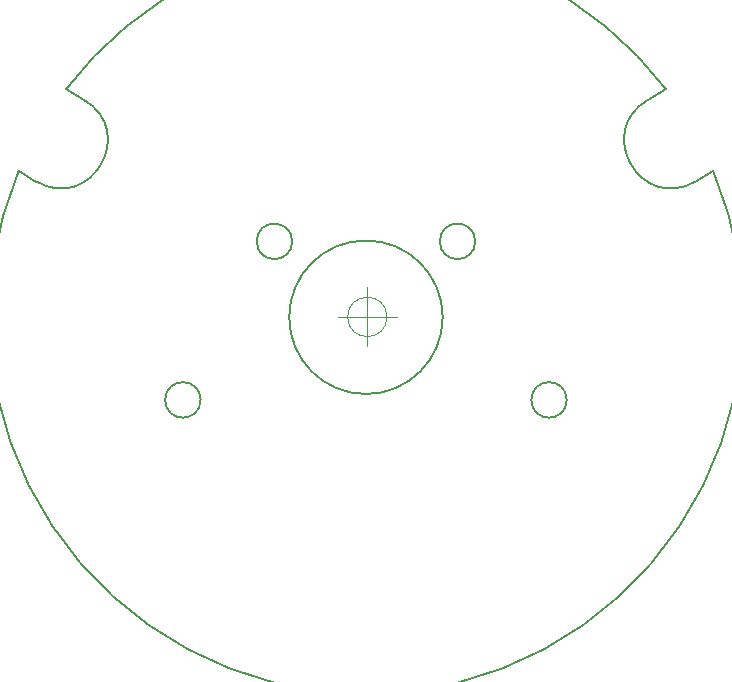
<source format=gbr>
%TF.GenerationSoftware,KiCad,Pcbnew,(5.1.9)-1*%
%TF.CreationDate,2024-04-03T17:37:13+03:00*%
%TF.ProjectId,jantteri_right,6a616e74-7465-4726-995f-72696768742e,rev?*%
%TF.SameCoordinates,Original*%
%TF.FileFunction,Profile,NP*%
%FSLAX46Y46*%
G04 Gerber Fmt 4.6, Leading zero omitted, Abs format (unit mm)*
G04 Created by KiCad (PCBNEW (5.1.9)-1) date 2024-04-03 17:37:13*
%MOMM*%
%LPD*%
G01*
G04 APERTURE LIST*
%TA.AperFunction,Profile*%
%ADD10C,0.050000*%
%TD*%
%TA.AperFunction,Profile*%
%ADD11C,0.200000*%
%TD*%
G04 APERTURE END LIST*
D10*
X140884066Y-85229700D02*
G75*
G03*
X140884066Y-85229700I-1666666J0D01*
G01*
X136717400Y-85229700D02*
X141717400Y-85229700D01*
X139217400Y-82729700D02*
X139217400Y-87729700D01*
D11*
X111208941Y-73769202D02*
X109694936Y-72895091D01*
X113694936Y-65966888D02*
X115208941Y-66840999D01*
X168511264Y-72895091D02*
X166997259Y-73769202D01*
X162997259Y-66840999D02*
X164511264Y-65966888D01*
X115208941Y-66841000D02*
G75*
G02*
X111208941Y-73769202I-2000000J-3464101D01*
G01*
X166997259Y-73769203D02*
G75*
G02*
X162997259Y-66840999I-2000000J3464102D01*
G01*
X113694936Y-65966887D02*
G75*
G02*
X164511264Y-65966888I25408164J-19288213D01*
G01*
X125103101Y-92255099D02*
G75*
G03*
X125103101Y-92255099I-1500000J0D01*
G01*
X168511264Y-72895090D02*
G75*
G02*
X109694936Y-72895091I-29408164J-12360010D01*
G01*
X148353099Y-78831707D02*
G75*
G03*
X148353099Y-78831707I-1500000J0D01*
G01*
X132853101Y-78831707D02*
G75*
G03*
X132853101Y-78831707I-1500000J0D01*
G01*
X156103099Y-92255100D02*
G75*
G03*
X156103099Y-92255100I-1500000J0D01*
G01*
X145603100Y-85255100D02*
G75*
G03*
X145603100Y-85255100I-6500000J0D01*
G01*
M02*

</source>
